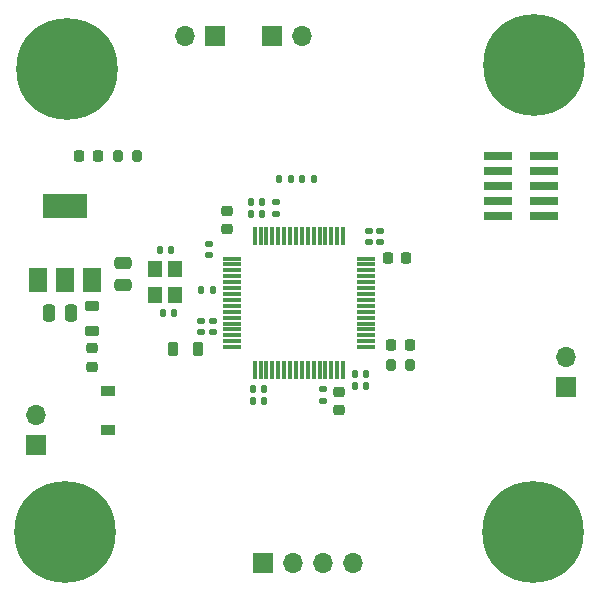
<source format=gbr>
%TF.GenerationSoftware,KiCad,Pcbnew,(6.0.7)*%
%TF.CreationDate,2023-05-29T18:59:42-07:00*%
%TF.ProjectId,STM32F4_Breakout,53544d33-3246-4345-9f42-7265616b6f75,rev?*%
%TF.SameCoordinates,Original*%
%TF.FileFunction,Soldermask,Top*%
%TF.FilePolarity,Negative*%
%FSLAX46Y46*%
G04 Gerber Fmt 4.6, Leading zero omitted, Abs format (unit mm)*
G04 Created by KiCad (PCBNEW (6.0.7)) date 2023-05-29 18:59:42*
%MOMM*%
%LPD*%
G01*
G04 APERTURE LIST*
G04 Aperture macros list*
%AMRoundRect*
0 Rectangle with rounded corners*
0 $1 Rounding radius*
0 $2 $3 $4 $5 $6 $7 $8 $9 X,Y pos of 4 corners*
0 Add a 4 corners polygon primitive as box body*
4,1,4,$2,$3,$4,$5,$6,$7,$8,$9,$2,$3,0*
0 Add four circle primitives for the rounded corners*
1,1,$1+$1,$2,$3*
1,1,$1+$1,$4,$5*
1,1,$1+$1,$6,$7*
1,1,$1+$1,$8,$9*
0 Add four rect primitives between the rounded corners*
20,1,$1+$1,$2,$3,$4,$5,0*
20,1,$1+$1,$4,$5,$6,$7,0*
20,1,$1+$1,$6,$7,$8,$9,0*
20,1,$1+$1,$8,$9,$2,$3,0*%
G04 Aperture macros list end*
%ADD10RoundRect,0.140000X0.140000X0.170000X-0.140000X0.170000X-0.140000X-0.170000X0.140000X-0.170000X0*%
%ADD11RoundRect,0.135000X-0.135000X-0.185000X0.135000X-0.185000X0.135000X0.185000X-0.135000X0.185000X0*%
%ADD12R,1.700000X1.700000*%
%ADD13O,1.700000X1.700000*%
%ADD14RoundRect,0.250000X0.250000X0.475000X-0.250000X0.475000X-0.250000X-0.475000X0.250000X-0.475000X0*%
%ADD15RoundRect,0.140000X-0.140000X-0.170000X0.140000X-0.170000X0.140000X0.170000X-0.140000X0.170000X0*%
%ADD16RoundRect,0.140000X0.170000X-0.140000X0.170000X0.140000X-0.170000X0.140000X-0.170000X-0.140000X0*%
%ADD17RoundRect,0.225000X-0.225000X-0.250000X0.225000X-0.250000X0.225000X0.250000X-0.225000X0.250000X0*%
%ADD18R,2.400000X0.740000*%
%ADD19RoundRect,0.250000X-0.475000X0.250000X-0.475000X-0.250000X0.475000X-0.250000X0.475000X0.250000X0*%
%ADD20RoundRect,0.218750X0.218750X0.256250X-0.218750X0.256250X-0.218750X-0.256250X0.218750X-0.256250X0*%
%ADD21R,1.500000X2.000000*%
%ADD22R,3.800000X2.000000*%
%ADD23RoundRect,0.135000X0.135000X0.185000X-0.135000X0.185000X-0.135000X-0.185000X0.135000X-0.185000X0*%
%ADD24RoundRect,0.200000X-0.200000X-0.275000X0.200000X-0.275000X0.200000X0.275000X-0.200000X0.275000X0*%
%ADD25RoundRect,0.075000X-0.700000X-0.075000X0.700000X-0.075000X0.700000X0.075000X-0.700000X0.075000X0*%
%ADD26RoundRect,0.075000X-0.075000X-0.700000X0.075000X-0.700000X0.075000X0.700000X-0.075000X0.700000X0*%
%ADD27RoundRect,0.225000X-0.250000X0.225000X-0.250000X-0.225000X0.250000X-0.225000X0.250000X0.225000X0*%
%ADD28RoundRect,0.135000X-0.185000X0.135000X-0.185000X-0.135000X0.185000X-0.135000X0.185000X0.135000X0*%
%ADD29R,1.200000X0.900000*%
%ADD30RoundRect,0.200000X0.200000X0.275000X-0.200000X0.275000X-0.200000X-0.275000X0.200000X-0.275000X0*%
%ADD31RoundRect,0.218750X0.256250X-0.218750X0.256250X0.218750X-0.256250X0.218750X-0.256250X-0.218750X0*%
%ADD32C,0.900000*%
%ADD33C,8.600000*%
%ADD34R,1.200000X1.400000*%
%ADD35RoundRect,0.218750X0.218750X0.381250X-0.218750X0.381250X-0.218750X-0.381250X0.218750X-0.381250X0*%
%ADD36RoundRect,0.218750X0.381250X-0.218750X0.381250X0.218750X-0.381250X0.218750X-0.381250X-0.218750X0*%
%ADD37RoundRect,0.225000X0.250000X-0.225000X0.250000X0.225000X-0.250000X0.225000X-0.250000X-0.225000X0*%
%ADD38RoundRect,0.135000X0.185000X-0.135000X0.185000X0.135000X-0.185000X0.135000X-0.185000X-0.135000X0*%
G04 APERTURE END LIST*
D10*
%TO.C,C17*%
X74580000Y-60500000D03*
X73620000Y-60500000D03*
%TD*%
D11*
%TO.C,R6*%
X77090000Y-63900000D03*
X78110000Y-63900000D03*
%TD*%
D12*
%TO.C,J1*%
X63100000Y-77075000D03*
D13*
X63100000Y-74535000D03*
%TD*%
D14*
%TO.C,C2*%
X66100000Y-65850000D03*
X64200000Y-65850000D03*
%TD*%
D15*
%TO.C,C11*%
X81320000Y-57500000D03*
X82280000Y-57500000D03*
%TD*%
D16*
%TO.C,C14*%
X78100000Y-67480000D03*
X78100000Y-66520000D03*
%TD*%
D15*
%TO.C,C12*%
X81340000Y-56500000D03*
X82300000Y-56500000D03*
%TD*%
D17*
%TO.C,C16*%
X92925000Y-61200000D03*
X94475000Y-61200000D03*
%TD*%
D18*
%TO.C,J4*%
X106150000Y-57640000D03*
X102250000Y-57640000D03*
X106150000Y-56370000D03*
X102250000Y-56370000D03*
X106150000Y-55100000D03*
X102250000Y-55100000D03*
X106150000Y-53830000D03*
X102250000Y-53830000D03*
X106150000Y-52560000D03*
X102250000Y-52560000D03*
%TD*%
D19*
%TO.C,C1*%
X70500000Y-61600000D03*
X70500000Y-63500000D03*
%TD*%
D11*
%TO.C,R2*%
X85690000Y-54500000D03*
X86710000Y-54500000D03*
%TD*%
D20*
%TO.C,D2*%
X68387500Y-52600000D03*
X66812500Y-52600000D03*
%TD*%
D10*
%TO.C,C5*%
X82480000Y-72300000D03*
X81520000Y-72300000D03*
%TD*%
D21*
%TO.C,U1*%
X63300000Y-63100000D03*
X65600000Y-63100000D03*
D22*
X65600000Y-56800000D03*
D21*
X67900000Y-63100000D03*
%TD*%
D23*
%TO.C,R3*%
X84710000Y-54500000D03*
X83690000Y-54500000D03*
%TD*%
D12*
%TO.C,J3*%
X78275000Y-42400000D03*
D13*
X75735000Y-42400000D03*
%TD*%
D24*
%TO.C,R7*%
X93175000Y-70300000D03*
X94825000Y-70300000D03*
%TD*%
D25*
%TO.C,U2*%
X79725000Y-61250000D03*
X79725000Y-61750000D03*
X79725000Y-62250000D03*
X79725000Y-62750000D03*
X79725000Y-63250000D03*
X79725000Y-63750000D03*
X79725000Y-64250000D03*
X79725000Y-64750000D03*
X79725000Y-65250000D03*
X79725000Y-65750000D03*
X79725000Y-66250000D03*
X79725000Y-66750000D03*
X79725000Y-67250000D03*
X79725000Y-67750000D03*
X79725000Y-68250000D03*
X79725000Y-68750000D03*
D26*
X81650000Y-70675000D03*
X82150000Y-70675000D03*
X82650000Y-70675000D03*
X83150000Y-70675000D03*
X83650000Y-70675000D03*
X84150000Y-70675000D03*
X84650000Y-70675000D03*
X85150000Y-70675000D03*
X85650000Y-70675000D03*
X86150000Y-70675000D03*
X86650000Y-70675000D03*
X87150000Y-70675000D03*
X87650000Y-70675000D03*
X88150000Y-70675000D03*
X88650000Y-70675000D03*
X89150000Y-70675000D03*
D25*
X91075000Y-68750000D03*
X91075000Y-68250000D03*
X91075000Y-67750000D03*
X91075000Y-67250000D03*
X91075000Y-66750000D03*
X91075000Y-66250000D03*
X91075000Y-65750000D03*
X91075000Y-65250000D03*
X91075000Y-64750000D03*
X91075000Y-64250000D03*
X91075000Y-63750000D03*
X91075000Y-63250000D03*
X91075000Y-62750000D03*
X91075000Y-62250000D03*
X91075000Y-61750000D03*
X91075000Y-61250000D03*
D26*
X89150000Y-59325000D03*
X88650000Y-59325000D03*
X88150000Y-59325000D03*
X87650000Y-59325000D03*
X87150000Y-59325000D03*
X86650000Y-59325000D03*
X86150000Y-59325000D03*
X85650000Y-59325000D03*
X85150000Y-59325000D03*
X84650000Y-59325000D03*
X84150000Y-59325000D03*
X83650000Y-59325000D03*
X83150000Y-59325000D03*
X82650000Y-59325000D03*
X82150000Y-59325000D03*
X81650000Y-59325000D03*
%TD*%
D27*
%TO.C,C15*%
X88800000Y-72525000D03*
X88800000Y-74075000D03*
%TD*%
D16*
%TO.C,C4*%
X77800000Y-60980000D03*
X77800000Y-60020000D03*
%TD*%
D28*
%TO.C,R4*%
X83500000Y-56490000D03*
X83500000Y-57510000D03*
%TD*%
D29*
%TO.C,D1*%
X69200000Y-72450000D03*
X69200000Y-75750000D03*
%TD*%
D16*
%TO.C,C9*%
X91300000Y-59880000D03*
X91300000Y-58920000D03*
%TD*%
D30*
%TO.C,R1*%
X71700000Y-52600000D03*
X70050000Y-52600000D03*
%TD*%
D31*
%TO.C,F1*%
X67900000Y-70437500D03*
X67900000Y-68862500D03*
%TD*%
D32*
%TO.C,H2*%
X107480419Y-82119581D03*
X105200000Y-87625000D03*
X101975000Y-84400000D03*
X107480419Y-86680419D03*
D33*
X105200000Y-84400000D03*
D32*
X102919581Y-82119581D03*
X105200000Y-81175000D03*
X102919581Y-86680419D03*
X108425000Y-84400000D03*
%TD*%
D16*
%TO.C,C13*%
X77100000Y-67500000D03*
X77100000Y-66540000D03*
%TD*%
D15*
%TO.C,C8*%
X90140000Y-72000000D03*
X91100000Y-72000000D03*
%TD*%
D12*
%TO.C,J6*%
X108000000Y-72100000D03*
D13*
X108000000Y-69560000D03*
%TD*%
D32*
%TO.C,H3*%
X103039162Y-47160838D03*
X108544581Y-44880419D03*
X107600000Y-47160838D03*
X102094581Y-44880419D03*
X105319581Y-48105419D03*
X107600000Y-42600000D03*
X105319581Y-41655419D03*
D33*
X105319581Y-44880419D03*
D32*
X103039162Y-42600000D03*
%TD*%
D12*
%TO.C,J5*%
X82400000Y-87000000D03*
D13*
X84940000Y-87000000D03*
X87480000Y-87000000D03*
X90020000Y-87000000D03*
%TD*%
D34*
%TO.C,HSE1*%
X73250000Y-62100000D03*
X73250000Y-64300000D03*
X74950000Y-64300000D03*
X74950000Y-62100000D03*
%TD*%
D35*
%TO.C,FB2*%
X76862500Y-68900000D03*
X74737500Y-68900000D03*
%TD*%
D15*
%TO.C,C7*%
X90120000Y-71000000D03*
X91080000Y-71000000D03*
%TD*%
D16*
%TO.C,C10*%
X92300000Y-59880000D03*
X92300000Y-58920000D03*
%TD*%
D10*
%TO.C,C6*%
X82480000Y-73300000D03*
X81520000Y-73300000D03*
%TD*%
D32*
%TO.C,H4*%
X69025000Y-45200000D03*
X63519581Y-47480419D03*
X68080419Y-42919581D03*
X65800000Y-41975000D03*
D33*
X65800000Y-45200000D03*
D32*
X68080419Y-47480419D03*
X65800000Y-48425000D03*
X62575000Y-45200000D03*
X63519581Y-42919581D03*
%TD*%
D20*
%TO.C,D3*%
X94787500Y-68600000D03*
X93212500Y-68600000D03*
%TD*%
D32*
%TO.C,H1*%
X67880419Y-86680419D03*
X68825000Y-84400000D03*
X63319581Y-86680419D03*
X65600000Y-87625000D03*
X62375000Y-84400000D03*
D33*
X65600000Y-84400000D03*
D32*
X67880419Y-82119581D03*
X65600000Y-81175000D03*
X63319581Y-82119581D03*
%TD*%
D10*
%TO.C,C18*%
X74860000Y-65900000D03*
X73900000Y-65900000D03*
%TD*%
D12*
%TO.C,J2*%
X83125000Y-42400000D03*
D13*
X85665000Y-42400000D03*
%TD*%
D36*
%TO.C,FB1*%
X67900000Y-67350000D03*
X67900000Y-65225000D03*
%TD*%
D37*
%TO.C,C3*%
X79300000Y-58775000D03*
X79300000Y-57225000D03*
%TD*%
D38*
%TO.C,R5*%
X87400000Y-73310000D03*
X87400000Y-72290000D03*
%TD*%
M02*

</source>
